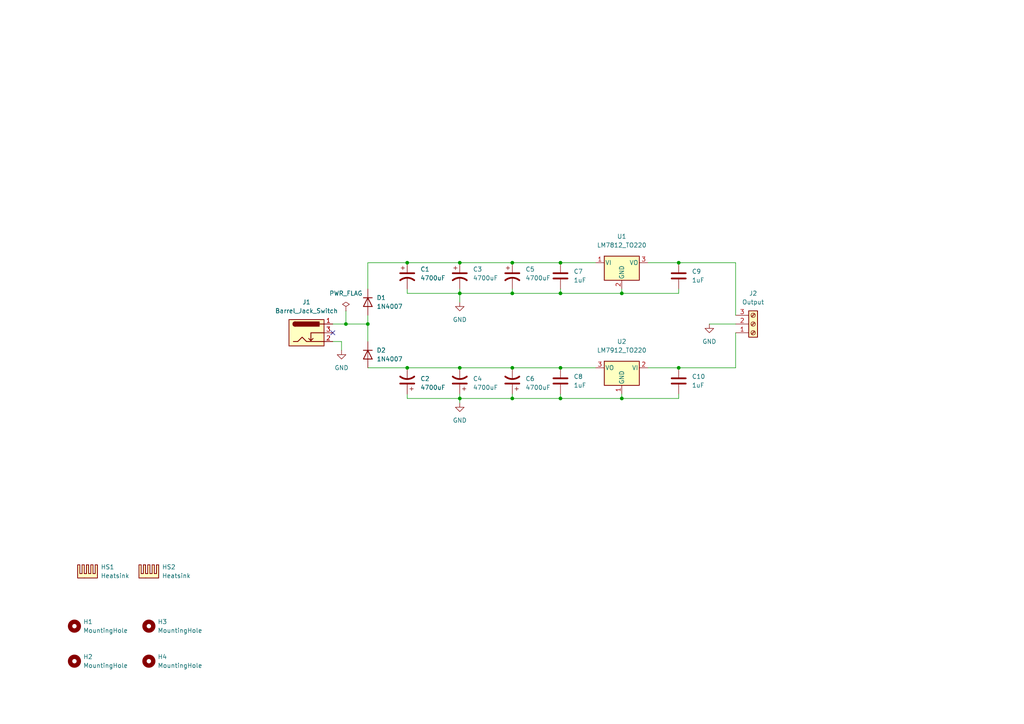
<source format=kicad_sch>
(kicad_sch (version 20211123) (generator eeschema)
  (paper "A4")
  (title_block (title "Eurorack Power Supply") (rev "rev1") (company "Northride Synth"))
  (lib_symbols
    (symbol "Connector:Barrel_Jack_Switch" (pin_names hide)
      (property "Reference" "J" (at 0 5.334 0))
      (property "Value" "Barrel_Jack_Switch" (at 0 -5.08 0))
      (symbol "Barrel_Jack_Switch_0_1"
        (rectangle (start -5.08 3.81) (end 5.08 -3.81) (stroke (width 0.254)) (fill (type background)))
        (arc (start -3.302 3.175) (mid -3.937 2.54) (end -3.302 1.905) (stroke (width 0.254)))
        (arc (start -3.302 3.175) (mid -3.937 2.54) (end -3.302 1.905) (stroke (width 0.254)) (fill (type outline)))
        (polyline (pts (xy 1.27 -2.286) (xy 1.905 -1.651)) (stroke (width 0.254)))
        (polyline (pts (xy 5.08 2.54) (xy 3.81 2.54)) (stroke (width 0.254)))
        (polyline (pts (xy 5.08 0) (xy 1.27 0) (xy 1.27 -2.286) (xy 0.635 -1.651)) (stroke (width 0.254)))
        (polyline (pts (xy -3.81 -2.54) (xy -2.54 -2.54) (xy -1.27 -1.27) (xy 0 -2.54) (xy 2.54 -2.54) (xy 5.08 -2.54)) (stroke (width 0.254)))
        (rectangle (start 3.683 3.175) (end -3.302 1.905) (stroke (width 0.254)) (fill (type outline)))
      )
      (symbol "Barrel_Jack_Switch_1_1"
        (pin passive line (at 7.62 2.54 180) (length 2.54) (name "~") (number "1"))
        (pin passive line (at 7.62 -2.54 180) (length 2.54) (name "~") (number "2"))
        (pin passive line (at 7.62 0 180) (length 2.54) (name "~") (number "3"))
      )
    )
    (symbol "Connector:Screw_Terminal_01x03" (pin_names (offset 1.016) hide)
      (property "Reference" "J" (at 0 5.08 0))
      (property "Value" "Screw_Terminal_01x03" (at 0 -5.08 0))
      (symbol "Screw_Terminal_01x03_1_1"
        (rectangle (start -1.27 3.81) (end 1.27 -3.81) (stroke (width 0.254)) (fill (type background)))
        (circle (center 0 -2.54) (radius 0.635) (stroke (width 0.1524)))
        (polyline (pts (xy -0.5334 -2.2098) (xy 0.3302 -3.048)) (stroke (width 0.1524)))
        (polyline (pts (xy -0.5334 0.3302) (xy 0.3302 -0.508)) (stroke (width 0.1524)))
        (polyline (pts (xy -0.5334 2.8702) (xy 0.3302 2.032)) (stroke (width 0.1524)))
        (polyline (pts (xy -0.3556 -2.032) (xy 0.508 -2.8702)) (stroke (width 0.1524)))
        (polyline (pts (xy -0.3556 0.508) (xy 0.508 -0.3302)) (stroke (width 0.1524)))
        (polyline (pts (xy -0.3556 3.048) (xy 0.508 2.2098)) (stroke (width 0.1524)))
        (circle (center 0 0) (radius 0.635) (stroke (width 0.1524)))
        (circle (center 0 2.54) (radius 0.635) (stroke (width 0.1524)))
        (pin passive line (at -5.08 2.54 0) (length 3.81) (name "Pin_1") (number "1"))
        (pin passive line (at -5.08 0 0) (length 3.81) (name "Pin_2") (number "2"))
        (pin passive line (at -5.08 -2.54 0) (length 3.81) (name "Pin_3") (number "3"))
      )
    )
    (symbol "Device:C" (pin_numbers hide) (pin_names (offset 0.254))
      (property "Reference" "C" (at 0.635 2.54 0))
      (property "Value" "C" (at 0.635 -2.54 0))
      (symbol "C_0_1"
        (polyline (pts (xy -2.032 -0.762) (xy 2.032 -0.762)) (stroke (width 0.508)))
        (polyline (pts (xy -2.032 0.762) (xy 2.032 0.762)) (stroke (width 0.508)))
      )
      (symbol "C_1_1"
        (pin passive line (at 0 3.81 270) (length 2.794) (name "~") (number "1"))
        (pin passive line (at 0 -3.81 90) (length 2.794) (name "~") (number "2"))
      )
    )
    (symbol "Device:C_Polarized_US" (pin_numbers hide) (pin_names (offset 0.254) hide)
      (property "Reference" "C" (at 0.635 2.54 0))
      (property "Value" "C_Polarized_US" (at 0.635 -2.54 0))
      (symbol "C_Polarized_US_0_1"
        (polyline (pts (xy -2.032 0.762) (xy 2.032 0.762)) (stroke (width 0.508)))
        (polyline (pts (xy -1.778 2.286) (xy -0.762 2.286)))
        (polyline (pts (xy -1.27 1.778) (xy -1.27 2.794)))
        (arc (start 2.032 -1.27) (mid 0 -0.5572) (end -2.032 -1.27) (stroke (width 0.508)))
      )
      (symbol "C_Polarized_US_1_1"
        (pin passive line (at 0 3.81 270) (length 2.794) (name "~") (number "1"))
        (pin passive line (at 0 -3.81 90) (length 3.302) (name "~") (number "2"))
      )
    )
    (symbol "Diode:1N4007" (pin_numbers hide) (pin_names (offset 1.016) hide)
      (property "Reference" "D" (at 0 2.54 0))
      (property "Value" "1N4007" (at 0 -2.54 0))
      (symbol "1N4007_0_1"
        (polyline (pts (xy -1.27 1.27) (xy -1.27 -1.27)) (stroke (width 0.254)))
        (polyline (pts (xy 1.27 0) (xy -1.27 0)))
        (polyline (pts (xy 1.27 1.27) (xy 1.27 -1.27) (xy -1.27 0) (xy 1.27 1.27)) (stroke (width 0.254)))
      )
      (symbol "1N4007_1_1"
        (pin passive line (at -3.81 0 0) (length 2.54) (name "K") (number "1"))
        (pin passive line (at 3.81 0 180) (length 2.54) (name "A") (number "2"))
      )
    )
    (symbol "Mechanical:Heatsink" (pin_names (offset 1.016))
      (property "Reference" "HS" (at 0 5.08 0))
      (property "Value" "Heatsink" (at 0 -1.27 0))
      (symbol "Heatsink_0_1"
        (polyline (pts (xy -0.3302 1.27) (xy -0.9652 1.27) (xy -0.9652 3.81) (xy -1.6002 3.81) (xy -1.6002 1.27) (xy -2.2352 1.27) (xy -2.2352 3.81) (xy -2.8702 3.81) (xy -2.8702 0) (xy -0.9652 0)) (stroke (width 0.254)) (fill (type background)))
        (polyline (pts (xy -0.3302 1.27) (xy -0.3302 3.81) (xy 0.3048 3.81) (xy 0.3048 1.27) (xy 0.9398 1.27) (xy 0.9398 3.81) (xy 1.5748 3.81) (xy 1.5748 1.27) (xy 2.2098 1.27) (xy 2.2098 3.81) (xy 2.8448 3.81) (xy 2.8448 0) (xy -0.9652 0)) (stroke (width 0.254)) (fill (type background)))
      )
    )
    (symbol "Mechanical:MountingHole" (pin_names (offset 1.016))
      (property "Reference" "H" (at 0 5.08 0))
      (property "Value" "MountingHole" (at 0 3.175 0))
      (symbol "MountingHole_0_1"
        (circle (center 0 0) (radius 1.27) (stroke (width 1.27)))
      )
    )
    (symbol "Regulator_Linear:LM7812_TO220" (pin_names (offset 0.254))
      (property "Reference" "U" (at -3.81 3.175 0))
      (property "Value" "LM7812_TO220" (at 0 3.175 0))
      (symbol "LM7812_TO220_0_1"
        (rectangle (start -5.08 1.905) (end 5.08 -5.08) (stroke (width 0.254)) (fill (type background)))
      )
      (symbol "LM7812_TO220_1_1"
        (pin power_in line (at -7.62 0 0) (length 2.54) (name "VI") (number "1"))
        (pin power_in line (at 0 -7.62 90) (length 2.54) (name "GND") (number "2"))
        (pin power_out line (at 7.62 0 180) (length 2.54) (name "VO") (number "3"))
      )
    )
    (symbol "Regulator_Linear:LM7912_TO220" (pin_names (offset 0.254))
      (property "Reference" "U" (at -3.81 -3.175 0))
      (property "Value" "LM7912_TO220" (at 0 -3.175 0))
      (symbol "LM7912_TO220_0_1"
        (rectangle (start -5.08 5.08) (end 5.08 -1.905) (stroke (width 0.254)) (fill (type background)))
      )
      (symbol "LM7912_TO220_1_1"
        (pin power_in line (at 0 7.62 270) (length 2.54) (name "GND") (number "1"))
        (pin power_in line (at -7.62 0 0) (length 2.54) (name "VI") (number "2"))
        (pin power_out line (at 7.62 0 180) (length 2.54) (name "VO") (number "3"))
      )
    )
    (symbol "power:GND" (power) (pin_names (offset 0))
      (property "Value" "GND" (at 0 -3.81 0))
      (symbol "GND_0_1"
        (polyline (pts (xy 0 0) (xy 0 -1.27) (xy 1.27 -1.27) (xy 0 -2.54) (xy -1.27 -1.27) (xy 0 -1.27)))
      )
      (symbol "GND_1_1"
        (pin power_in line (at 0 0 270) (length 0) hide (name "GND") (number "1"))
      )
    )
    (symbol "power:PWR_FLAG" (power) (pin_numbers hide) (pin_names (offset 0) hide)
      (property "Value" "PWR_FLAG" (at 0 3.81 0))
      (symbol "PWR_FLAG_0_0"
        (pin power_out line (at 0 0 90) (length 0) (name "pwr") (number "1"))
      )
      (symbol "PWR_FLAG_0_1"
        (polyline (pts (xy 0 0) (xy 0 1.27) (xy -1.016 1.905) (xy 0 2.54) (xy 1.016 1.905) (xy 0 1.27)))
      )
    )
  )
  (junction (at 133.35 76.2))
  (junction (at 118.11 76.2))
  (junction (at 180.34 85.09))
  (junction (at 133.35 115.57))
  (junction (at 148.59 76.2))
  (junction (at 180.34 115.57))
  (junction (at 148.59 85.09))
  (junction (at 162.56 106.68))
  (junction (at 162.56 76.2))
  (junction (at 148.59 106.68))
  (junction (at 196.85 76.2))
  (junction (at 148.59 115.57))
  (junction (at 106.68 93.98))
  (junction (at 100.33 93.98))
  (junction (at 133.35 85.09))
  (junction (at 162.56 85.09))
  (junction (at 133.35 106.68))
  (junction (at 196.85 106.68))
  (junction (at 118.11 106.68))
  (junction (at 162.56 115.57))
  (no_connect (at 96.52 96.52))
  (wire (pts (xy 180.34 83.82) (xy 180.34 85.09)))
  (wire (pts (xy 162.56 106.68) (xy 172.72 106.68)))
  (wire (pts (xy 106.68 76.2) (xy 118.11 76.2)))
  (wire (pts (xy 196.85 83.82) (xy 196.85 85.09)))
  (wire (pts (xy 196.85 106.68) (xy 213.36 106.68)))
  (wire (pts (xy 96.52 93.98) (xy 100.33 93.98)))
  (wire (pts (xy 118.11 114.3) (xy 118.11 115.57)))
  (wire (pts (xy 180.34 115.57) (xy 162.56 115.57)))
  (wire (pts (xy 100.33 93.98) (xy 106.68 93.98)))
  (wire (pts (xy 106.68 93.98) (xy 106.68 99.06)))
  (wire (pts (xy 148.59 106.68) (xy 162.56 106.68)))
  (wire (pts (xy 106.68 106.68) (xy 118.11 106.68)))
  (wire (pts (xy 187.96 76.2) (xy 196.85 76.2)))
  (wire (pts (xy 106.68 83.82) (xy 106.68 76.2)))
  (wire (pts (xy 133.35 83.82) (xy 133.35 85.09)))
  (wire (pts (xy 133.35 106.68) (xy 148.59 106.68)))
  (wire (pts (xy 162.56 115.57) (xy 162.56 114.3)))
  (wire (pts (xy 180.34 114.3) (xy 180.34 115.57)))
  (wire (pts (xy 96.52 99.06) (xy 99.06 99.06)))
  (wire (pts (xy 162.56 85.09) (xy 162.56 83.82)))
  (wire (pts (xy 148.59 83.82) (xy 148.59 85.09)))
  (wire (pts (xy 118.11 76.2) (xy 133.35 76.2)))
  (wire (pts (xy 133.35 115.57) (xy 148.59 115.57)))
  (wire (pts (xy 213.36 106.68) (xy 213.36 96.52)))
  (wire (pts (xy 148.59 115.57) (xy 148.59 114.3)))
  (wire (pts (xy 187.96 106.68) (xy 196.85 106.68)))
  (wire (pts (xy 106.68 91.44) (xy 106.68 93.98)))
  (wire (pts (xy 213.36 76.2) (xy 213.36 91.44)))
  (wire (pts (xy 196.85 115.57) (xy 180.34 115.57)))
  (wire (pts (xy 133.35 85.09) (xy 148.59 85.09)))
  (wire (pts (xy 99.06 99.06) (xy 99.06 101.6)))
  (wire (pts (xy 148.59 76.2) (xy 162.56 76.2)))
  (wire (pts (xy 133.35 76.2) (xy 148.59 76.2)))
  (wire (pts (xy 196.85 85.09) (xy 180.34 85.09)))
  (wire (pts (xy 118.11 115.57) (xy 133.35 115.57)))
  (wire (pts (xy 148.59 85.09) (xy 162.56 85.09)))
  (wire (pts (xy 118.11 106.68) (xy 133.35 106.68)))
  (wire (pts (xy 133.35 114.3) (xy 133.35 115.57)))
  (wire (pts (xy 100.33 90.17) (xy 100.33 93.98)))
  (wire (pts (xy 133.35 115.57) (xy 133.35 116.84)))
  (wire (pts (xy 162.56 76.2) (xy 172.72 76.2)))
  (wire (pts (xy 196.85 114.3) (xy 196.85 115.57)))
  (wire (pts (xy 205.74 93.98) (xy 213.36 93.98)))
  (wire (pts (xy 118.11 83.82) (xy 118.11 85.09)))
  (wire (pts (xy 133.35 85.09) (xy 133.35 87.63)))
  (wire (pts (xy 196.85 76.2) (xy 213.36 76.2)))
  (wire (pts (xy 148.59 115.57) (xy 162.56 115.57)))
  (wire (pts (xy 118.11 85.09) (xy 133.35 85.09)))
  (wire (pts (xy 180.34 85.09) (xy 162.56 85.09)))
  (symbol (lib_id "power:PWR_FLAG") (at 100.33 90.17 0) (unit 1)
    (property "Reference" "#FLG01" (effects hide))
    (property "Value" "PWR_FLAG" (at 100.33 85.09 0))
  )
  (symbol (lib_id "Mechanical:Heatsink") (at 43.18 167.64 0) (unit 1) (on_board no)
    (property "Reference" "HS2" (at 46.99 164.4649 0) (effects (justify left)))
    (property "Value" "Heatsink" (at 46.99 167.0049 0) (effects (justify left)))
    (property "Manufacturer" "005A1INW" (effects hide))
    (property "Manufacturer Part No." "Tayda" (effects hide))
    (property "Supplier" "Tayda" (effects hide))
    (property "Supplier Part No." "A-1486 " (effects hide))
  )
  (symbol (lib_id "Mechanical:MountingHole") (at 43.18 191.77 0) (unit 1) (in_bom no)
    (property "Reference" "H4" (at 45.72 190.4999 0) (effects (justify left)))
    (property "Value" "MountingHole" (at 45.72 193.0399 0) (effects (justify left)))
    (property "Footprint" "MountingHole:MountingHole_3.2mm_M3" (effects hide))
  )
  (symbol (lib_id "Device:C_Polarized_US") (at 148.59 80.01 0) (unit 1)
    (property "Reference" "C5" (at 152.4 78.1049 0) (effects (justify left)))
    (property "Value" "4700uF" (at 152.4 80.6449 0) (effects (justify left)))
    (property "Footprint" "Capacitor_THT:CP_Radial_D16.0mm_P7.50mm" (effects hide))
    (property "Manufacturer" "JB Capacitors" (effects hide))
    (property "Manufacturer Part No." "JRB1E472M07501600250000B" (effects hide))
    (property "Supplier" "Tayda" (effects hide))
    (property "Supplier Part No." "A-1077" (effects hide))
  )
  (symbol (lib_id "Diode:1N4007") (at 106.68 87.63 270) (unit 1)
    (property "Reference" "D1" (at 109.22 86.3599 90) (effects (justify left)))
    (property "Value" "1N4007" (at 109.22 88.8999 90) (effects (justify left)))
    (property "Footprint" "Diode_THT:D_DO-41_SOD81_P10.16mm_Horizontal" (effects hide))
    (property "Supplier" "Tayda" (effects hide))
    (property "Supplier Part No." "A-155" (effects hide))
    (property "Manufacturer" "EIC" (effects hide))
    (property "Manufacturer Part No." "1N4007" (effects hide))
  )
  (symbol (lib_id "Device:C_Polarized_US") (at 118.11 80.01 0) (unit 1)
    (property "Reference" "C1" (at 121.92 78.1049 0) (effects (justify left)))
    (property "Value" "4700uF" (at 121.92 80.6449 0) (effects (justify left)))
    (property "Footprint" "Capacitor_THT:CP_Radial_D16.0mm_P7.50mm" (effects hide))
    (property "Supplier" "Tayda" (effects hide))
    (property "Manufacturer Part No." "JRB1E472M07501600250000B" (effects hide))
    (property "Manufacturer" "JB Capacitors" (effects hide))
    (property "Supplier Part No." "A-1077" (effects hide))
  )
  (symbol (lib_id "Device:C_Polarized_US") (at 133.35 80.01 0) (unit 1)
    (property "Reference" "C3" (at 137.16 78.1049 0) (effects (justify left)))
    (property "Value" "4700uF" (at 137.16 80.6449 0) (effects (justify left)))
    (property "Footprint" "Capacitor_THT:CP_Radial_D16.0mm_P7.50mm" (effects hide))
    (property "Manufacturer" "JB Capacitors" (effects hide))
    (property "Manufacturer Part No." "JRB1E472M07501600250000B" (effects hide))
    (property "Supplier" "Tayda" (effects hide))
    (property "Supplier Part No." "A-1077" (effects hide))
  )
  (symbol (lib_id "Device:C") (at 162.56 110.49 0) (unit 1)
    (property "Reference" "C8" (at 166.37 109.2199 0) (effects (justify left)))
    (property "Value" "1uF" (at 166.37 111.7599 0) (effects (justify left)))
    (property "Footprint" "Capacitor_THT:CP_Radial_Tantal_D5.0mm_P2.50mm" (effects hide))
    (property "Manufacturer" "AVX" (effects hide))
    (property "Manufacturer Part No." "1uF 35V Radial Capacitor Tantalum" (effects hide))
    (property "Supplier" "Tayda" (effects hide))
    (property "Supplier Part No." "A-265 " (effects hide))
  )
  (symbol (lib_id "Mechanical:MountingHole") (at 21.59 181.61 0) (unit 1) (in_bom no)
    (property "Reference" "H1" (at 24.13 180.3399 0) (effects (justify left)))
    (property "Value" "MountingHole" (at 24.13 182.8799 0) (effects (justify left)))
    (property "Footprint" "MountingHole:MountingHole_3.2mm_M3" (effects hide))
  )
  (symbol (lib_id "Device:C") (at 162.56 80.01 0) (unit 1)
    (property "Reference" "C7" (at 166.37 78.7399 0) (effects (justify left)))
    (property "Value" "1uF" (at 166.37 81.2799 0) (effects (justify left)))
    (property "Footprint" "Capacitor_THT:CP_Radial_Tantal_D5.0mm_P2.50mm" (effects hide))
    (property "Manufacturer" "AVX" (effects hide))
    (property "Manufacturer Part No." "1uF 35V Radial Capacitor Tantalum" (effects hide))
    (property "Supplier" "Tayda" (effects hide))
    (property "Supplier Part No." "A-265 " (effects hide))
  )
  (symbol (lib_id "Regulator_Linear:LM7912_TO220") (at 180.34 106.68 180) (unit 1)
    (property "Reference" "U2" (at 180.34 99.06 0))
    (property "Value" "LM7912_TO220" (at 180.34 101.6 0))
    (property "Footprint" "Package_TO_SOT_THT:TO-220-3_Vertical" (effects hide))
    (property "Supplier" "Tayda" (effects hide))
    (property "Manufacturer" "STMicroelectronics" (effects hide))
    (property "Manufacturer Part No." "L7912CV" (effects hide))
    (property "Supplier Part No." "A-505 " (effects hide))
  )
  (symbol (lib_id "Device:C") (at 196.85 110.49 0) (unit 1)
    (property "Reference" "C10" (at 200.66 109.2199 0) (effects (justify left)))
    (property "Value" "1uF" (at 200.66 111.7599 0) (effects (justify left)))
    (property "Footprint" "Capacitor_THT:CP_Radial_Tantal_D5.0mm_P2.50mm" (effects hide))
    (property "Manufacturer" "AVX" (effects hide))
    (property "Manufacturer Part No." "1uF 35V Radial Capacitor Tantalum" (effects hide))
    (property "Supplier" "Tayda" (effects hide))
    (property "Supplier Part No." "A-265 " (effects hide))
  )
  (symbol (lib_id "Device:C_Polarized_US") (at 118.11 110.49 180) (unit 1)
    (property "Reference" "C2" (at 121.92 109.8549 0) (effects (justify right)))
    (property "Value" "4700uF" (at 121.92 112.3949 0) (effects (justify right)))
    (property "Footprint" "Capacitor_THT:CP_Radial_D16.0mm_P7.50mm" (effects hide))
    (property "Manufacturer" "JB Capacitors" (effects hide))
    (property "Manufacturer Part No." "JRB1E472M07501600250000B" (effects hide))
    (property "Supplier" "Tayda" (effects hide))
    (property "Supplier Part No." "A-1077" (effects hide))
  )
  (symbol (lib_id "power:GND") (at 99.06 101.6 0) (unit 1)
    (property "Reference" "#PWR01" (effects hide))
    (property "Value" "GND" (at 99.06 106.68 0))
  )
  (symbol (lib_id "power:GND") (at 133.35 87.63 0) (unit 1)
    (property "Reference" "#PWR02" (effects hide))
    (property "Value" "GND" (at 133.35 92.71 0))
  )
  (symbol (lib_id "Device:C_Polarized_US") (at 148.59 110.49 180) (unit 1)
    (property "Reference" "C6" (at 152.4 109.8549 0) (effects (justify right)))
    (property "Value" "4700uF" (at 152.4 112.3949 0) (effects (justify right)))
    (property "Footprint" "Capacitor_THT:CP_Radial_D16.0mm_P7.50mm" (effects hide))
    (property "Manufacturer" "JB Capacitors" (effects hide))
    (property "Manufacturer Part No." "JRB1E472M07501600250000B" (effects hide))
    (property "Supplier" "Tayda" (effects hide))
    (property "Supplier Part No." "A-1077" (effects hide))
  )
  (symbol (lib_id "Regulator_Linear:LM7812_TO220") (at 180.34 76.2 0) (unit 1)
    (property "Reference" "U1" (at 180.34 68.58 0))
    (property "Value" "LM7812_TO220" (at 180.34 71.12 0))
    (property "Footprint" "Package_TO_SOT_THT:TO-220-3_Vertical" (effects hide))
    (property "Supplier" "Tayda" (effects hide))
    (property "Manufacturer" "STMicroelectronics" (effects hide))
    (property "Manufacturer Part No." "L7812CV" (effects hide))
    (property "Supplier Part No." "A-207 " (effects hide))
  )
  (symbol (lib_id "Diode:1N4007") (at 106.68 102.87 270) (unit 1)
    (property "Reference" "D2" (at 109.22 101.5999 90) (effects (justify left)))
    (property "Value" "1N4007" (at 109.22 104.1399 90) (effects (justify left)))
    (property "Footprint" "Diode_THT:D_DO-41_SOD81_P10.16mm_Horizontal" (effects hide))
    (property "Supplier" "Tayda" (effects hide))
    (property "Supplier Part No." "A-155" (effects hide))
    (property "Manufacturer" "EIC" (effects hide))
    (property "Manufacturer Part No." "1N4007" (effects hide))
  )
  (symbol (lib_id "Connector:Screw_Terminal_01x03") (at 218.44 93.98 0) (mirror x) (unit 1)
    (property "Reference" "J2" (at 218.44 85.09 0))
    (property "Value" "Output" (at 218.44 87.63 0))
    (property "Footprint" "TerminalBlock:TerminalBlock_Altech_AK300-3_P5.00mm" (effects hide))
    (property "Supplier" "Tayda" (effects hide))
    (property "Manufacturer" "DEGSON" (effects hide))
    (property "Manufacturer Part No." "DG126-03P" (effects hide))
    (property "Supplier Part No." "A-663 " (effects hide))
  )
  (symbol (lib_id "Mechanical:MountingHole") (at 43.18 181.61 0) (unit 1) (in_bom no)
    (property "Reference" "H3" (at 45.72 180.3399 0) (effects (justify left)))
    (property "Value" "MountingHole" (at 45.72 182.8799 0) (effects (justify left)))
    (property "Footprint" "MountingHole:MountingHole_3.2mm_M3" (effects hide))
  )
  (symbol (lib_id "power:GND") (at 133.35 116.84 0) (unit 1)
    (property "Reference" "#PWR03" (effects hide))
    (property "Value" "GND" (at 133.35 121.92 0))
  )
  (symbol (lib_id "Device:C_Polarized_US") (at 133.35 110.49 180) (unit 1)
    (property "Reference" "C4" (at 137.16 109.8549 0) (effects (justify right)))
    (property "Value" "4700uF" (at 137.16 112.3949 0) (effects (justify right)))
    (property "Footprint" "Capacitor_THT:CP_Radial_D16.0mm_P7.50mm" (effects hide))
    (property "Manufacturer" "JB Capacitors" (effects hide))
    (property "Manufacturer Part No." "JRB1E472M07501600250000B" (effects hide))
    (property "Supplier" "Tayda" (effects hide))
    (property "Supplier Part No." "A-1077" (effects hide))
  )
  (symbol (lib_id "power:GND") (at 205.74 93.98 0) (unit 1)
    (property "Reference" "#PWR04" (effects hide))
    (property "Value" "GND" (at 205.74 99.06 0))
  )
  (symbol (lib_id "Mechanical:Heatsink") (at 25.4 167.64 0) (unit 1) (on_board no)
    (property "Reference" "HS1" (at 29.21 164.4649 0) (effects (justify left)))
    (property "Value" "Heatsink" (at 29.21 167.0049 0) (effects (justify left)))
    (property "Manufacturer" "005A1INW" (effects hide))
    (property "Manufacturer Part No." "Tayda" (effects hide))
    (property "Supplier" "Tayda" (effects hide))
    (property "Supplier Part No." "A-1486 " (effects hide))
  )
  (symbol (lib_id "Connector:Barrel_Jack_Switch") (at 88.9 96.52 0) (unit 1)
    (property "Reference" "J1" (at 88.9 87.63 0))
    (property "Value" "Barrel_Jack_Switch" (at 88.9 90.17 0))
    (property "Footprint" "WEALTH_METAL_Barrel_Jacks:BarrelJack_Horizontal_2.1mm_WEALTH_METAL" (effects hide))
    (property "Supplier" "Tayda" (effects hide))
    (property "Supplier Part No." "A-4118" (effects hide))
    (property "Manufacturer" "WEALTH METAL" (effects hide))
    (property "Manufacturer Part No." "DC Power Jack 2.1mm" (effects hide))
  )
  (symbol (lib_id "Mechanical:MountingHole") (at 21.59 191.77 0) (unit 1) (in_bom no)
    (property "Reference" "H2" (at 24.13 190.4999 0) (effects (justify left)))
    (property "Value" "MountingHole" (at 24.13 193.0399 0) (effects (justify left)))
    (property "Footprint" "MountingHole:MountingHole_3.2mm_M3" (effects hide))
  )
  (symbol (lib_id "Device:C") (at 196.85 80.01 0) (unit 1)
    (property "Reference" "C9" (at 200.66 78.7399 0) (effects (justify left)))
    (property "Value" "1uF" (at 200.66 81.2799 0) (effects (justify left)))
    (property "Footprint" "Capacitor_THT:CP_Radial_Tantal_D5.0mm_P2.50mm" (effects hide))
    (property "Manufacturer" "AVX" (effects hide))
    (property "Manufacturer Part No." "1uF 35V Radial Capacitor Tantalum" (effects hide))
    (property "Supplier" "Tayda" (effects hide))
    (property "Supplier Part No." "A-265 " (effects hide))
  )
)
</source>
